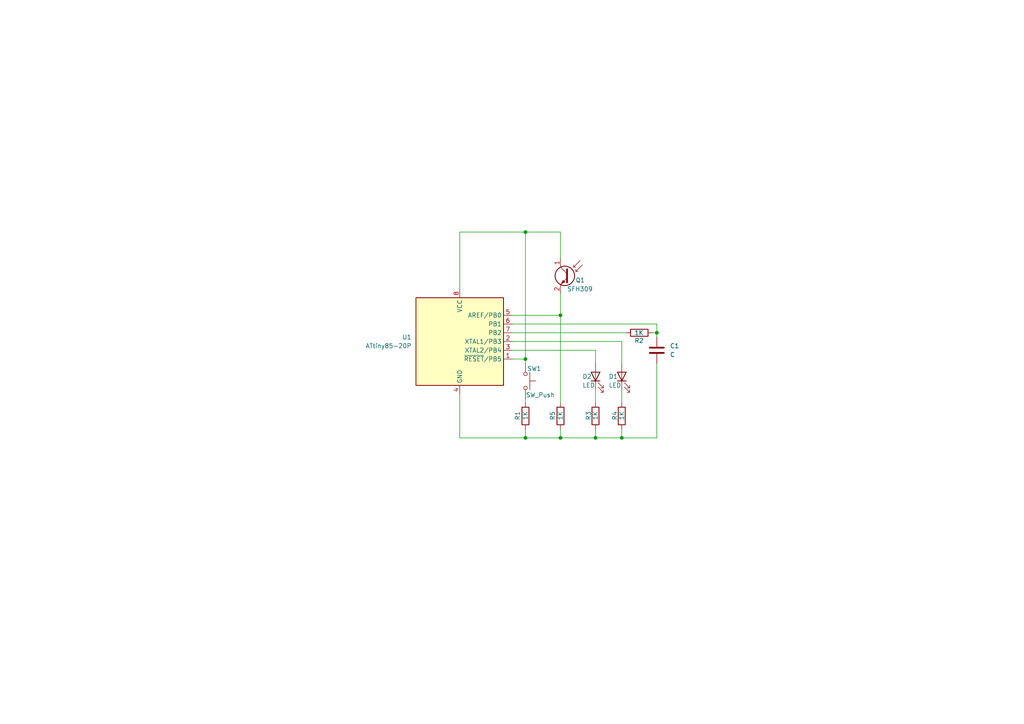
<source format=kicad_sch>
(kicad_sch (version 20231120) (generator "eeschema") (generator_version "8.0")
  (paper "A4")
  (lib_symbols
    (symbol "Device:C" (pin_numbers hide) (pin_names (offset 0.254))
      (property "Reference" "C" (at 0.635 2.54 0))
      (property "Value" "C" (at 0.635 -2.54 0))
      (symbol "C_0_1"
        (polyline (pts (xy -2.032 -0.762) (xy 2.032 -0.762)) (stroke (width 0.508)))
        (polyline (pts (xy -2.032 0.762) (xy 2.032 0.762)) (stroke (width 0.508)))
      )
      (symbol "C_1_1"
        (pin passive line (at 0 3.81 270) (length 2.794) (name "~") (number "1"))
        (pin passive line (at 0 -3.81 90) (length 2.794) (name "~") (number "2"))
      )
    )
    (symbol "Device:LED" (pin_numbers hide) (pin_names (offset 1.016) hide)
      (property "Reference" "D" (at 0 2.54 0))
      (property "Value" "LED" (at 0 -2.54 0))
      (symbol "LED_0_1"
        (polyline (pts (xy -1.27 -1.27) (xy -1.27 1.27)) (stroke (width 0.254)))
        (polyline (pts (xy -1.27 0) (xy 1.27 0)))
        (polyline (pts (xy 1.27 -1.27) (xy 1.27 1.27) (xy -1.27 0) (xy 1.27 -1.27)) (stroke (width 0.254)))
        (polyline (pts (xy -3.048 -0.762) (xy -4.572 -2.286) (xy -3.81 -2.286) (xy -4.572 -2.286) (xy -4.572 -1.524)))
        (polyline (pts (xy -1.778 -0.762) (xy -3.302 -2.286) (xy -2.54 -2.286) (xy -3.302 -2.286) (xy -3.302 -1.524)))
      )
      (symbol "LED_1_1"
        (pin passive line (at -3.81 0 0) (length 2.54) (name "K") (number "1"))
        (pin passive line (at 3.81 0 180) (length 2.54) (name "A") (number "2"))
      )
    )
    (symbol "Device:R" (pin_numbers hide) (pin_names (offset 0))
      (property "Reference" "R" (at 2.032 0 90))
      (property "Value" "R" (at 0 0 90))
      (symbol "R_0_1"
        (rectangle (start -1.016 -2.54) (end 1.016 2.54) (stroke (width 0.254)))
      )
      (symbol "R_1_1"
        (pin passive line (at 0 3.81 270) (length 1.27) (name "~") (number "1"))
        (pin passive line (at 0 -3.81 90) (length 1.27) (name "~") (number "2"))
      )
    )
    (symbol "MCU_Microchip_ATtiny:ATtiny85-20P"
      (property "Reference" "U" (at -12.7 13.97 0))
      (property "Value" "ATtiny85-20P" (at 2.54 -13.97 0))
      (symbol "ATtiny85-20P_0_1"
        (rectangle (start -12.7 -12.7) (end 12.7 12.7) (stroke (width 0.254)) (fill (type background)))
      )
      (symbol "ATtiny85-20P_1_1"
        (pin bidirectional line (at 15.24 -5.08 180) (length 2.54) (name "~{RESET}/PB5") (number "1"))
        (pin bidirectional line (at 15.24 0 180) (length 2.54) (name "XTAL1/PB3") (number "2"))
        (pin bidirectional line (at 15.24 -2.54 180) (length 2.54) (name "XTAL2/PB4") (number "3"))
        (pin power_in line (at 0 -15.24 90) (length 2.54) (name "GND") (number "4"))
        (pin bidirectional line (at 15.24 7.62 180) (length 2.54) (name "AREF/PB0") (number "5"))
        (pin bidirectional line (at 15.24 5.08 180) (length 2.54) (name "PB1") (number "6"))
        (pin bidirectional line (at 15.24 2.54 180) (length 2.54) (name "PB2") (number "7"))
        (pin power_in line (at 0 15.24 270) (length 2.54) (name "VCC") (number "8"))
      )
    )
    (symbol "Sensor_Optical:SFH309" (pin_names (offset 0) hide)
      (property "Reference" "Q" (at 5.08 1.27 0))
      (property "Value" "SFH309" (at 5.08 -1.27 0))
      (symbol "SFH309_0_1"
        (polyline (pts (xy -1.905 1.27) (xy -2.54 1.27)))
        (polyline (pts (xy -1.27 2.54) (xy -1.905 2.54)))
        (polyline (pts (xy 0.635 0.635) (xy 2.54 2.54)))
        (polyline (pts (xy -3.81 3.175) (xy -1.905 1.27) (xy -1.905 1.905)))
        (polyline (pts (xy -3.175 4.445) (xy -1.27 2.54) (xy -1.27 3.175)))
        (polyline (pts (xy 0.635 -0.635) (xy 2.54 -2.54) (xy 2.54 -2.54)))
        (polyline (pts (xy 0.635 1.905) (xy 0.635 -1.905) (xy 0.635 -1.905)) (stroke (width 0.508)))
        (polyline (pts (xy 1.27 -1.778) (xy 1.778 -1.27) (xy 2.286 -2.286) (xy 1.27 -1.778) (xy 1.27 -1.778)) (fill (type outline)))
        (circle (center 1.27 0) (radius 2.8194) (stroke (width 0.254)))
      )
      (symbol "SFH309_1_1"
        (pin passive line (at 2.54 5.08 270) (length 2.54) (name "C") (number "1"))
        (pin passive line (at 2.54 -5.08 90) (length 2.54) (name "E") (number "2"))
      )
    )
    (symbol "Switch:SW_Push" (pin_numbers hide) (pin_names (offset 1.016) hide)
      (property "Reference" "SW" (at 1.27 2.54 0))
      (property "Value" "SW_Push" (at 0 -1.524 0))
      (symbol "SW_Push_0_1"
        (circle (center -2.032 0) (radius 0.508))
        (polyline (pts (xy 0 1.27) (xy 0 3.048)))
        (polyline (pts (xy 2.54 1.27) (xy -2.54 1.27)))
        (circle (center 2.032 0) (radius 0.508))
        (pin passive line (at -5.08 0 0) (length 2.54) (name "1") (number "1"))
        (pin passive line (at 5.08 0 180) (length 2.54) (name "2") (number "2"))
      )
    )
  )
  (junction (at 190.5 96.52))
  (junction (at 162.56 127))
  (junction (at 152.4 67.31))
  (junction (at 180.34 127))
  (junction (at 162.56 91.44))
  (junction (at 172.72 127))
  (junction (at 152.4 127))
  (junction (at 152.4 104.14))
  (wire (pts (xy 133.35 127) (xy 152.4 127)))
  (wire (pts (xy 162.56 124.46) (xy 162.56 127)))
  (wire (pts (xy 162.56 91.44) (xy 162.56 116.84)))
  (wire (pts (xy 162.56 91.44) (xy 162.56 85.09)))
  (wire (pts (xy 189.23 96.52) (xy 190.5 96.52)))
  (wire (pts (xy 190.5 96.52) (xy 190.5 97.79)))
  (wire (pts (xy 148.59 91.44) (xy 162.56 91.44)))
  (wire (pts (xy 162.56 67.31) (xy 152.4 67.31)))
  (wire (pts (xy 133.35 114.3) (xy 133.35 127)))
  (wire (pts (xy 180.34 124.46) (xy 180.34 127)))
  (wire (pts (xy 152.4 127) (xy 162.56 127)))
  (wire (pts (xy 148.59 101.6) (xy 172.72 101.6)))
  (wire (pts (xy 172.72 113.03) (xy 172.72 116.84)))
  (wire (pts (xy 162.56 127) (xy 172.72 127)))
  (wire (pts (xy 180.34 127) (xy 190.5 127)))
  (wire (pts (xy 180.34 105.41) (xy 180.34 99.06)))
  (wire (pts (xy 172.72 101.6) (xy 172.72 105.41)))
  (wire (pts (xy 162.56 74.93) (xy 162.56 67.31)))
  (wire (pts (xy 152.4 124.46) (xy 152.4 127)))
  (wire (pts (xy 152.4 104.14) (xy 152.4 105.41)))
  (wire (pts (xy 172.72 124.46) (xy 172.72 127)))
  (wire (pts (xy 190.5 105.41) (xy 190.5 127)))
  (wire (pts (xy 133.35 67.31) (xy 133.35 83.82)))
  (wire (pts (xy 148.59 104.14) (xy 152.4 104.14)))
  (wire (pts (xy 180.34 113.03) (xy 180.34 116.84)))
  (wire (pts (xy 190.5 93.98) (xy 190.5 96.52)))
  (wire (pts (xy 133.35 67.31) (xy 152.4 67.31)))
  (wire (pts (xy 172.72 127) (xy 180.34 127)))
  (wire (pts (xy 148.59 96.52) (xy 181.61 96.52)))
  (wire (pts (xy 148.59 93.98) (xy 190.5 93.98)))
  (wire (pts (xy 152.4 104.14) (xy 152.4 67.31)))
  (wire (pts (xy 152.4 115.57) (xy 152.4 116.84)))
  (wire (pts (xy 180.34 99.06) (xy 148.59 99.06)))
  (symbol (lib_id "Device:R") (at 185.42 96.52 270) (unit 1)
    (property "Reference" "R2" (at 186.69 98.806 90) (effects (justify right)))
    (property "Value" "1K" (at 186.69 96.52 90) (effects (justify right)))
    (property "Description" "Resistor" (effects (hide yes)))
  )
  (symbol (lib_id "Device:LED") (at 180.34 109.22 90) (unit 1)
    (property "Reference" "D1" (at 176.53 109.22 90) (effects (justify right)))
    (property "Value" "LED" (at 176.53 111.76 90) (effects (justify right)))
    (property "Description" "Light emitting diode" (effects (hide yes)))
  )
  (symbol (lib_id "Device:R") (at 172.72 120.65 180) (unit 1)
    (property "Reference" "R3" (at 170.688 121.92 90) (effects (justify right)))
    (property "Value" "1K" (at 172.72 121.92 90) (effects (justify right)))
    (property "Description" "Resistor" (effects (hide yes)))
  )
  (symbol (lib_id "Device:LED") (at 172.72 109.22 90) (unit 1)
    (property "Reference" "D2" (at 168.91 109.22 90) (effects (justify right)))
    (property "Value" "LED" (at 168.91 111.76 90) (effects (justify right)))
    (property "Description" "Light emitting diode" (effects (hide yes)))
  )
  (symbol (lib_id "Device:R") (at 180.34 120.65 180) (unit 1)
    (property "Reference" "R4" (at 178.308 121.92 90) (effects (justify right)))
    (property "Value" "1K" (at 180.34 121.92 90) (effects (justify right)))
    (property "Description" "Resistor" (effects (hide yes)))
  )
  (symbol (lib_id "Device:C") (at 190.5 101.6 180) (unit 1)
    (property "Reference" "C1" (at 194.31 100.3299 0) (effects (justify right)))
    (property "Value" "C" (at 194.31 102.8699 0) (effects (justify right)))
    (property "Description" "Unpolarized capacitor" (effects (hide yes)))
  )
  (symbol (lib_id "Device:R") (at 162.56 120.65 180) (unit 1)
    (property "Reference" "R5" (at 160.274 121.92 90) (effects (justify right)))
    (property "Value" "1K" (at 162.56 121.92 90) (effects (justify right)))
    (property "Description" "Resistor" (effects (hide yes)))
  )
  (symbol (lib_id "Sensor_Optical:SFH309") (at 165.1 80.01 0) (mirror y) (unit 1)
    (property "Reference" "Q1" (at 169.672 81.28 0) (effects (justify left)))
    (property "Value" "SFH309" (at 171.958 83.82 0) (effects (justify left)))
    (property "Footprint" "LED_THT:LED_D3.0mm_Clear" (effects (hide yes)))
    (property "Datasheet" "http://www.osram-os.com/Graphics/XPic2/00101811_0.pdf/SFH%20309,%20SFH%20309%20FA,%20Lead%20(Pb)%20Free%20Product%20-%20RoHS%20Compliant.pdf" (effects (hide yes)))
    (property "Description" "Phototransistor NPN" (effects (hide yes)))
  )
  (symbol (lib_id "Device:R") (at 152.4 120.65 180) (unit 1)
    (property "Reference" "R1" (at 150.114 121.92 90) (effects (justify right)))
    (property "Value" "1K" (at 152.4 121.92 90) (effects (justify right)))
    (property "Description" "Resistor" (effects (hide yes)))
  )
  (symbol (lib_id "MCU_Microchip_ATtiny:ATtiny85-20P") (at 133.35 99.06 0) (unit 1)
    (property "Reference" "U1" (at 119.38 97.7899 0) (effects (justify right)))
    (property "Value" "ATtiny85-20P" (at 119.38 100.3299 0) (effects (justify right)))
    (property "Footprint" "Package_DIP:DIP-8_W7.62mm" (effects (hide yes)))
    (property "Datasheet" "http://ww1.microchip.com/downloads/en/DeviceDoc/atmel-2586-avr-8-bit-microcontroller-attiny25-attiny45-attiny85_datasheet.pdf" (effects (hide yes)))
    (property "Description" "20MHz, 8kB Flash, 512B SRAM, 512B EEPROM, debugWIRE, DIP-8" (effects (hide yes)))
  )
  (symbol (lib_id "Switch:SW_Push") (at 152.4 110.49 270) (unit 1)
    (property "Reference" "SW1" (at 154.94 106.934 90))
    (property "Value" "SW_Push" (at 156.718 114.554 90))
    (property "Footprint" "Button_Switch_SMD:SW_MEC_5GSH9" (effects (hide yes)))
    (property "Description" "Push button switch, generic, two pins" (effects (hide yes)))
  )
)
</source>
